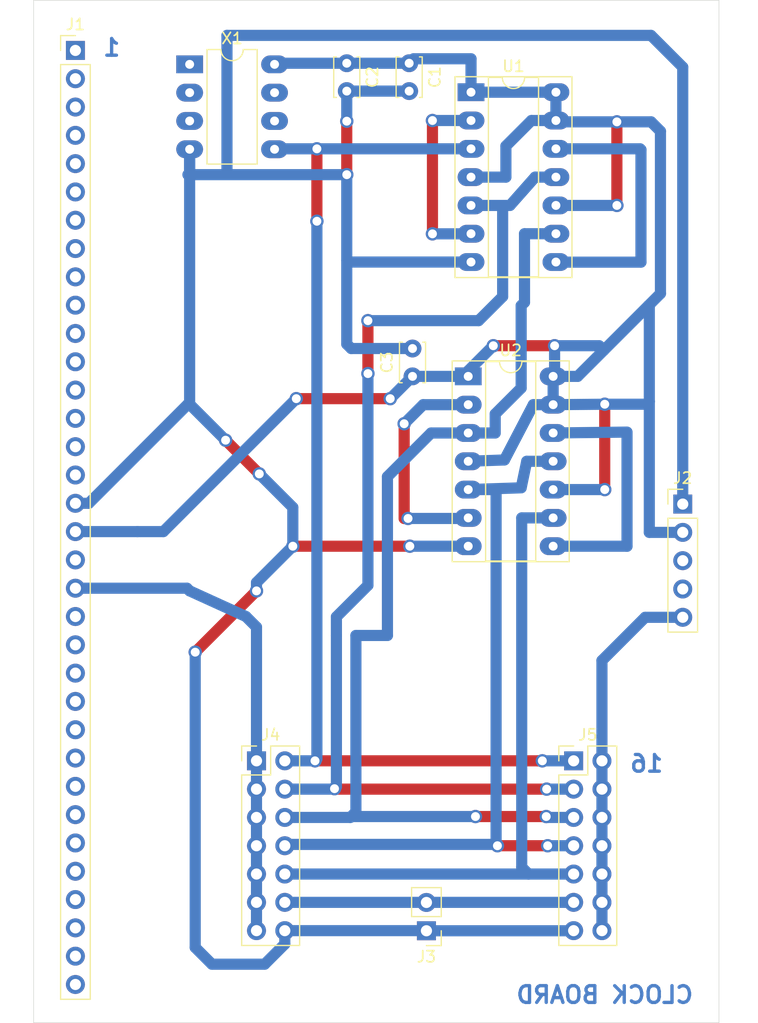
<source format=kicad_pcb>
(kicad_pcb (version 20171130) (host pcbnew "(5.1.9)-1")

  (general
    (thickness 1.6)
    (drawings 7)
    (tracks 222)
    (zones 0)
    (modules 11)
    (nets 15)
  )

  (page A4)
  (layers
    (0 F.Cu signal)
    (31 B.Cu signal)
    (32 B.Adhes user)
    (33 F.Adhes user)
    (34 B.Paste user)
    (35 F.Paste user)
    (36 B.SilkS user)
    (37 F.SilkS user)
    (38 B.Mask user)
    (39 F.Mask user)
    (40 Dwgs.User user)
    (41 Cmts.User user)
    (42 Eco1.User user)
    (43 Eco2.User user)
    (44 Edge.Cuts user)
    (45 Margin user)
    (46 B.CrtYd user)
    (47 F.CrtYd user)
    (48 B.Fab user)
    (49 F.Fab user)
  )

  (setup
    (last_trace_width 1)
    (trace_clearance 0.75)
    (zone_clearance 0.508)
    (zone_45_only no)
    (trace_min 1)
    (via_size 1.2)
    (via_drill 0.8)
    (via_min_size 0.8)
    (via_min_drill 0.3)
    (uvia_size 0.4)
    (uvia_drill 0.3)
    (uvias_allowed no)
    (uvia_min_size 0.2)
    (uvia_min_drill 0.1)
    (edge_width 0.05)
    (segment_width 0.2)
    (pcb_text_width 0.3)
    (pcb_text_size 1.5 1.5)
    (mod_edge_width 0.12)
    (mod_text_size 1 1)
    (mod_text_width 0.15)
    (pad_size 1.524 1.524)
    (pad_drill 0.762)
    (pad_to_mask_clearance 0)
    (aux_axis_origin 0 0)
    (visible_elements 7FFFFFFF)
    (pcbplotparams
      (layerselection 0x010fc_ffffffff)
      (usegerberextensions false)
      (usegerberattributes true)
      (usegerberadvancedattributes true)
      (creategerberjobfile true)
      (excludeedgelayer true)
      (linewidth 0.100000)
      (plotframeref false)
      (viasonmask false)
      (mode 1)
      (useauxorigin false)
      (hpglpennumber 1)
      (hpglpenspeed 20)
      (hpglpendiameter 15.000000)
      (psnegative false)
      (psa4output false)
      (plotreference true)
      (plotvalue true)
      (plotinvisibletext false)
      (padsonsilk false)
      (subtractmaskfromsilk false)
      (outputformat 1)
      (mirror false)
      (drillshape 1)
      (scaleselection 1)
      (outputdirectory ""))
  )

  (net 0 "")
  (net 1 CLK)
  (net 2 VCC)
  (net 3 GND)
  (net 4 CLK2)
  (net 5 CLK_4)
  (net 6 "Net-(U1-Pad2)")
  (net 7 "Net-(U1-Pad12)")
  (net 8 CLK_8)
  (net 9 CLK_16)
  (net 10 "Net-(U2-Pad2)")
  (net 11 "Net-(U2-Pad12)")
  (net 12 CLK_2)
  (net 13 CLK_EXT)
  (net 14 CLK_1)

  (net_class Default "This is the default net class."
    (clearance 0.75)
    (trace_width 1)
    (via_dia 1.2)
    (via_drill 0.8)
    (uvia_dia 0.4)
    (uvia_drill 0.3)
    (diff_pair_width 1)
    (diff_pair_gap 0.25)
    (add_net CLK)
    (add_net CLK2)
    (add_net CLK_1)
    (add_net CLK_16)
    (add_net CLK_2)
    (add_net CLK_4)
    (add_net CLK_8)
    (add_net CLK_EXT)
    (add_net GND)
    (add_net "Net-(J1-Pad1)")
    (add_net "Net-(J1-Pad10)")
    (add_net "Net-(J1-Pad11)")
    (add_net "Net-(J1-Pad12)")
    (add_net "Net-(J1-Pad13)")
    (add_net "Net-(J1-Pad14)")
    (add_net "Net-(J1-Pad15)")
    (add_net "Net-(J1-Pad16)")
    (add_net "Net-(J1-Pad19)")
    (add_net "Net-(J1-Pad2)")
    (add_net "Net-(J1-Pad21)")
    (add_net "Net-(J1-Pad22)")
    (add_net "Net-(J1-Pad23)")
    (add_net "Net-(J1-Pad24)")
    (add_net "Net-(J1-Pad25)")
    (add_net "Net-(J1-Pad26)")
    (add_net "Net-(J1-Pad27)")
    (add_net "Net-(J1-Pad28)")
    (add_net "Net-(J1-Pad29)")
    (add_net "Net-(J1-Pad3)")
    (add_net "Net-(J1-Pad30)")
    (add_net "Net-(J1-Pad31)")
    (add_net "Net-(J1-Pad32)")
    (add_net "Net-(J1-Pad33)")
    (add_net "Net-(J1-Pad34)")
    (add_net "Net-(J1-Pad4)")
    (add_net "Net-(J1-Pad5)")
    (add_net "Net-(J1-Pad6)")
    (add_net "Net-(J1-Pad7)")
    (add_net "Net-(J1-Pad8)")
    (add_net "Net-(J1-Pad9)")
    (add_net "Net-(J2-Pad3)")
    (add_net "Net-(J2-Pad4)")
    (add_net "Net-(U1-Pad12)")
    (add_net "Net-(U1-Pad2)")
    (add_net "Net-(U2-Pad12)")
    (add_net "Net-(U2-Pad2)")
    (add_net "Net-(X1-Pad1)")
    (add_net VCC)
  )

  (module Connector_PinHeader_2.54mm:PinHeader_1x34_P2.54mm_Vertical (layer F.Cu) (tedit 59FED5CC) (tstamp 61D8A700)
    (at 22.25 21.25)
    (descr "Through hole straight pin header, 1x34, 2.54mm pitch, single row")
    (tags "Through hole pin header THT 1x34 2.54mm single row")
    (path /61D99EA7)
    (fp_text reference J1 (at 0 -2.33) (layer F.SilkS)
      (effects (font (size 1 1) (thickness 0.15)))
    )
    (fp_text value Conn_01x34_Male (at 0 86.15) (layer F.Fab)
      (effects (font (size 1 1) (thickness 0.15)))
    )
    (fp_line (start 1.8 -1.8) (end -1.8 -1.8) (layer F.CrtYd) (width 0.05))
    (fp_line (start 1.8 85.6) (end 1.8 -1.8) (layer F.CrtYd) (width 0.05))
    (fp_line (start -1.8 85.6) (end 1.8 85.6) (layer F.CrtYd) (width 0.05))
    (fp_line (start -1.8 -1.8) (end -1.8 85.6) (layer F.CrtYd) (width 0.05))
    (fp_line (start -1.33 -1.33) (end 0 -1.33) (layer F.SilkS) (width 0.12))
    (fp_line (start -1.33 0) (end -1.33 -1.33) (layer F.SilkS) (width 0.12))
    (fp_line (start -1.33 1.27) (end 1.33 1.27) (layer F.SilkS) (width 0.12))
    (fp_line (start 1.33 1.27) (end 1.33 85.15) (layer F.SilkS) (width 0.12))
    (fp_line (start -1.33 1.27) (end -1.33 85.15) (layer F.SilkS) (width 0.12))
    (fp_line (start -1.33 85.15) (end 1.33 85.15) (layer F.SilkS) (width 0.12))
    (fp_line (start -1.27 -0.635) (end -0.635 -1.27) (layer F.Fab) (width 0.1))
    (fp_line (start -1.27 85.09) (end -1.27 -0.635) (layer F.Fab) (width 0.1))
    (fp_line (start 1.27 85.09) (end -1.27 85.09) (layer F.Fab) (width 0.1))
    (fp_line (start 1.27 -1.27) (end 1.27 85.09) (layer F.Fab) (width 0.1))
    (fp_line (start -0.635 -1.27) (end 1.27 -1.27) (layer F.Fab) (width 0.1))
    (fp_text user %R (at 0 41.91 90) (layer F.Fab)
      (effects (font (size 1 1) (thickness 0.15)))
    )
    (pad 34 thru_hole oval (at 0 83.82) (size 1.7 1.7) (drill 1) (layers *.Cu *.Mask))
    (pad 33 thru_hole oval (at 0 81.28) (size 1.7 1.7) (drill 1) (layers *.Cu *.Mask))
    (pad 32 thru_hole oval (at 0 78.74) (size 1.7 1.7) (drill 1) (layers *.Cu *.Mask))
    (pad 31 thru_hole oval (at 0 76.2) (size 1.7 1.7) (drill 1) (layers *.Cu *.Mask))
    (pad 30 thru_hole oval (at 0 73.66) (size 1.7 1.7) (drill 1) (layers *.Cu *.Mask))
    (pad 29 thru_hole oval (at 0 71.12) (size 1.7 1.7) (drill 1) (layers *.Cu *.Mask))
    (pad 28 thru_hole oval (at 0 68.58) (size 1.7 1.7) (drill 1) (layers *.Cu *.Mask))
    (pad 27 thru_hole oval (at 0 66.04) (size 1.7 1.7) (drill 1) (layers *.Cu *.Mask))
    (pad 26 thru_hole oval (at 0 63.5) (size 1.7 1.7) (drill 1) (layers *.Cu *.Mask))
    (pad 25 thru_hole oval (at 0 60.96) (size 1.7 1.7) (drill 1) (layers *.Cu *.Mask))
    (pad 24 thru_hole oval (at 0 58.42) (size 1.7 1.7) (drill 1) (layers *.Cu *.Mask))
    (pad 23 thru_hole oval (at 0 55.88) (size 1.7 1.7) (drill 1) (layers *.Cu *.Mask))
    (pad 22 thru_hole oval (at 0 53.34) (size 1.7 1.7) (drill 1) (layers *.Cu *.Mask))
    (pad 21 thru_hole oval (at 0 50.8) (size 1.7 1.7) (drill 1) (layers *.Cu *.Mask))
    (pad 20 thru_hole oval (at 0 48.26) (size 1.7 1.7) (drill 1) (layers *.Cu *.Mask)
      (net 1 CLK))
    (pad 19 thru_hole oval (at 0 45.72) (size 1.7 1.7) (drill 1) (layers *.Cu *.Mask))
    (pad 18 thru_hole oval (at 0 43.18) (size 1.7 1.7) (drill 1) (layers *.Cu *.Mask)
      (net 2 VCC))
    (pad 17 thru_hole oval (at 0 40.64) (size 1.7 1.7) (drill 1) (layers *.Cu *.Mask)
      (net 3 GND))
    (pad 16 thru_hole oval (at 0 38.1) (size 1.7 1.7) (drill 1) (layers *.Cu *.Mask))
    (pad 15 thru_hole oval (at 0 35.56) (size 1.7 1.7) (drill 1) (layers *.Cu *.Mask))
    (pad 14 thru_hole oval (at 0 33.02) (size 1.7 1.7) (drill 1) (layers *.Cu *.Mask))
    (pad 13 thru_hole oval (at 0 30.48) (size 1.7 1.7) (drill 1) (layers *.Cu *.Mask))
    (pad 12 thru_hole oval (at 0 27.94) (size 1.7 1.7) (drill 1) (layers *.Cu *.Mask))
    (pad 11 thru_hole oval (at 0 25.4) (size 1.7 1.7) (drill 1) (layers *.Cu *.Mask))
    (pad 10 thru_hole oval (at 0 22.86) (size 1.7 1.7) (drill 1) (layers *.Cu *.Mask))
    (pad 9 thru_hole oval (at 0 20.32) (size 1.7 1.7) (drill 1) (layers *.Cu *.Mask))
    (pad 8 thru_hole oval (at 0 17.78) (size 1.7 1.7) (drill 1) (layers *.Cu *.Mask))
    (pad 7 thru_hole oval (at 0 15.24) (size 1.7 1.7) (drill 1) (layers *.Cu *.Mask))
    (pad 6 thru_hole oval (at 0 12.7) (size 1.7 1.7) (drill 1) (layers *.Cu *.Mask))
    (pad 5 thru_hole oval (at 0 10.16) (size 1.7 1.7) (drill 1) (layers *.Cu *.Mask))
    (pad 4 thru_hole oval (at 0 7.62) (size 1.7 1.7) (drill 1) (layers *.Cu *.Mask))
    (pad 3 thru_hole oval (at 0 5.08) (size 1.7 1.7) (drill 1) (layers *.Cu *.Mask))
    (pad 2 thru_hole oval (at 0 2.54) (size 1.7 1.7) (drill 1) (layers *.Cu *.Mask))
    (pad 1 thru_hole rect (at 0 0) (size 1.7 1.7) (drill 1) (layers *.Cu *.Mask))
    (model ${KISYS3DMOD}/Connector_PinHeader_2.54mm.3dshapes/PinHeader_1x34_P2.54mm_Vertical.wrl
      (at (xyz 0 0 0))
      (scale (xyz 1 1 1))
      (rotate (xyz 0 0 0))
    )
  )

  (module Capacitor_THT:C_Disc_D3.4mm_W2.1mm_P2.50mm (layer F.Cu) (tedit 5AE50EF0) (tstamp 61D998B5)
    (at 52.5 50.5 90)
    (descr "C, Disc series, Radial, pin pitch=2.50mm, , diameter*width=3.4*2.1mm^2, Capacitor, http://www.vishay.com/docs/45233/krseries.pdf")
    (tags "C Disc series Radial pin pitch 2.50mm  diameter 3.4mm width 2.1mm Capacitor")
    (path /61E3B743)
    (fp_text reference C3 (at 1.25 -2.3 90) (layer F.SilkS)
      (effects (font (size 1 1) (thickness 0.15)))
    )
    (fp_text value C (at 1.25 2.3 90) (layer F.Fab)
      (effects (font (size 1 1) (thickness 0.15)))
    )
    (fp_line (start 3.55 -1.3) (end -1.05 -1.3) (layer F.CrtYd) (width 0.05))
    (fp_line (start 3.55 1.3) (end 3.55 -1.3) (layer F.CrtYd) (width 0.05))
    (fp_line (start -1.05 1.3) (end 3.55 1.3) (layer F.CrtYd) (width 0.05))
    (fp_line (start -1.05 -1.3) (end -1.05 1.3) (layer F.CrtYd) (width 0.05))
    (fp_line (start 3.07 0.925) (end 3.07 1.17) (layer F.SilkS) (width 0.12))
    (fp_line (start 3.07 -1.17) (end 3.07 -0.925) (layer F.SilkS) (width 0.12))
    (fp_line (start -0.57 0.925) (end -0.57 1.17) (layer F.SilkS) (width 0.12))
    (fp_line (start -0.57 -1.17) (end -0.57 -0.925) (layer F.SilkS) (width 0.12))
    (fp_line (start -0.57 1.17) (end 3.07 1.17) (layer F.SilkS) (width 0.12))
    (fp_line (start -0.57 -1.17) (end 3.07 -1.17) (layer F.SilkS) (width 0.12))
    (fp_line (start 2.95 -1.05) (end -0.45 -1.05) (layer F.Fab) (width 0.1))
    (fp_line (start 2.95 1.05) (end 2.95 -1.05) (layer F.Fab) (width 0.1))
    (fp_line (start -0.45 1.05) (end 2.95 1.05) (layer F.Fab) (width 0.1))
    (fp_line (start -0.45 -1.05) (end -0.45 1.05) (layer F.Fab) (width 0.1))
    (fp_text user %R (at 1.25 0 90) (layer F.Fab)
      (effects (font (size 0.68 0.68) (thickness 0.102)))
    )
    (pad 2 thru_hole circle (at 2.5 0 90) (size 1.6 1.6) (drill 0.8) (layers *.Cu *.Mask)
      (net 3 GND))
    (pad 1 thru_hole circle (at 0 0 90) (size 1.6 1.6) (drill 0.8) (layers *.Cu *.Mask)
      (net 2 VCC))
    (model ${KISYS3DMOD}/Capacitor_THT.3dshapes/C_Disc_D3.4mm_W2.1mm_P2.50mm.wrl
      (at (xyz 0 0 0))
      (scale (xyz 1 1 1))
      (rotate (xyz 0 0 0))
    )
  )

  (module Capacitor_THT:C_Disc_D3.4mm_W2.1mm_P2.50mm (layer F.Cu) (tedit 5AE50EF0) (tstamp 61D98A66)
    (at 46.6 22.4 270)
    (descr "C, Disc series, Radial, pin pitch=2.50mm, , diameter*width=3.4*2.1mm^2, Capacitor, http://www.vishay.com/docs/45233/krseries.pdf")
    (tags "C Disc series Radial pin pitch 2.50mm  diameter 3.4mm width 2.1mm Capacitor")
    (path /61E3B223)
    (fp_text reference C2 (at 1.25 -2.3 90) (layer F.SilkS)
      (effects (font (size 1 1) (thickness 0.15)))
    )
    (fp_text value C (at 1.25 2.3 90) (layer F.Fab)
      (effects (font (size 1 1) (thickness 0.15)))
    )
    (fp_line (start 3.55 -1.3) (end -1.05 -1.3) (layer F.CrtYd) (width 0.05))
    (fp_line (start 3.55 1.3) (end 3.55 -1.3) (layer F.CrtYd) (width 0.05))
    (fp_line (start -1.05 1.3) (end 3.55 1.3) (layer F.CrtYd) (width 0.05))
    (fp_line (start -1.05 -1.3) (end -1.05 1.3) (layer F.CrtYd) (width 0.05))
    (fp_line (start 3.07 0.925) (end 3.07 1.17) (layer F.SilkS) (width 0.12))
    (fp_line (start 3.07 -1.17) (end 3.07 -0.925) (layer F.SilkS) (width 0.12))
    (fp_line (start -0.57 0.925) (end -0.57 1.17) (layer F.SilkS) (width 0.12))
    (fp_line (start -0.57 -1.17) (end -0.57 -0.925) (layer F.SilkS) (width 0.12))
    (fp_line (start -0.57 1.17) (end 3.07 1.17) (layer F.SilkS) (width 0.12))
    (fp_line (start -0.57 -1.17) (end 3.07 -1.17) (layer F.SilkS) (width 0.12))
    (fp_line (start 2.95 -1.05) (end -0.45 -1.05) (layer F.Fab) (width 0.1))
    (fp_line (start 2.95 1.05) (end 2.95 -1.05) (layer F.Fab) (width 0.1))
    (fp_line (start -0.45 1.05) (end 2.95 1.05) (layer F.Fab) (width 0.1))
    (fp_line (start -0.45 -1.05) (end -0.45 1.05) (layer F.Fab) (width 0.1))
    (fp_text user %R (at 1.25 0 90) (layer F.Fab)
      (effects (font (size 0.68 0.68) (thickness 0.102)))
    )
    (pad 2 thru_hole circle (at 2.5 0 270) (size 1.6 1.6) (drill 0.8) (layers *.Cu *.Mask)
      (net 3 GND))
    (pad 1 thru_hole circle (at 0 0 270) (size 1.6 1.6) (drill 0.8) (layers *.Cu *.Mask)
      (net 2 VCC))
    (model ${KISYS3DMOD}/Capacitor_THT.3dshapes/C_Disc_D3.4mm_W2.1mm_P2.50mm.wrl
      (at (xyz 0 0 0))
      (scale (xyz 1 1 1))
      (rotate (xyz 0 0 0))
    )
  )

  (module Capacitor_THT:C_Disc_D3.4mm_W2.1mm_P2.50mm (layer F.Cu) (tedit 5AE50EF0) (tstamp 61D988B5)
    (at 52.2 22.4 270)
    (descr "C, Disc series, Radial, pin pitch=2.50mm, , diameter*width=3.4*2.1mm^2, Capacitor, http://www.vishay.com/docs/45233/krseries.pdf")
    (tags "C Disc series Radial pin pitch 2.50mm  diameter 3.4mm width 2.1mm Capacitor")
    (path /61E386FE)
    (fp_text reference C1 (at 1.25 -2.3 90) (layer F.SilkS)
      (effects (font (size 1 1) (thickness 0.15)))
    )
    (fp_text value C (at 1.25 2.3 90) (layer F.Fab)
      (effects (font (size 1 1) (thickness 0.15)))
    )
    (fp_line (start 3.55 -1.3) (end -1.05 -1.3) (layer F.CrtYd) (width 0.05))
    (fp_line (start 3.55 1.3) (end 3.55 -1.3) (layer F.CrtYd) (width 0.05))
    (fp_line (start -1.05 1.3) (end 3.55 1.3) (layer F.CrtYd) (width 0.05))
    (fp_line (start -1.05 -1.3) (end -1.05 1.3) (layer F.CrtYd) (width 0.05))
    (fp_line (start 3.07 0.925) (end 3.07 1.17) (layer F.SilkS) (width 0.12))
    (fp_line (start 3.07 -1.17) (end 3.07 -0.925) (layer F.SilkS) (width 0.12))
    (fp_line (start -0.57 0.925) (end -0.57 1.17) (layer F.SilkS) (width 0.12))
    (fp_line (start -0.57 -1.17) (end -0.57 -0.925) (layer F.SilkS) (width 0.12))
    (fp_line (start -0.57 1.17) (end 3.07 1.17) (layer F.SilkS) (width 0.12))
    (fp_line (start -0.57 -1.17) (end 3.07 -1.17) (layer F.SilkS) (width 0.12))
    (fp_line (start 2.95 -1.05) (end -0.45 -1.05) (layer F.Fab) (width 0.1))
    (fp_line (start 2.95 1.05) (end 2.95 -1.05) (layer F.Fab) (width 0.1))
    (fp_line (start -0.45 1.05) (end 2.95 1.05) (layer F.Fab) (width 0.1))
    (fp_line (start -0.45 -1.05) (end -0.45 1.05) (layer F.Fab) (width 0.1))
    (fp_text user %R (at 1.25 0 90) (layer F.Fab)
      (effects (font (size 0.68 0.68) (thickness 0.102)))
    )
    (pad 2 thru_hole circle (at 2.5 0 270) (size 1.6 1.6) (drill 0.8) (layers *.Cu *.Mask)
      (net 3 GND))
    (pad 1 thru_hole circle (at 0 0 270) (size 1.6 1.6) (drill 0.8) (layers *.Cu *.Mask)
      (net 2 VCC))
    (model ${KISYS3DMOD}/Capacitor_THT.3dshapes/C_Disc_D3.4mm_W2.1mm_P2.50mm.wrl
      (at (xyz 0 0 0))
      (scale (xyz 1 1 1))
      (rotate (xyz 0 0 0))
    )
  )

  (module Connector_PinHeader_2.54mm:PinHeader_2x07_P2.54mm_Vertical (layer F.Cu) (tedit 59FED5CC) (tstamp 61D8E8D8)
    (at 66.96 85)
    (descr "Through hole straight pin header, 2x07, 2.54mm pitch, double rows")
    (tags "Through hole pin header THT 2x07 2.54mm double row")
    (path /61E0A2DA)
    (fp_text reference J5 (at 1.27 -2.33) (layer F.SilkS)
      (effects (font (size 1 1) (thickness 0.15)))
    )
    (fp_text value Conn_02x07_Counter_Clockwise (at 1.27 17.57) (layer F.Fab)
      (effects (font (size 1 1) (thickness 0.15)))
    )
    (fp_line (start 4.35 -1.8) (end -1.8 -1.8) (layer F.CrtYd) (width 0.05))
    (fp_line (start 4.35 17.05) (end 4.35 -1.8) (layer F.CrtYd) (width 0.05))
    (fp_line (start -1.8 17.05) (end 4.35 17.05) (layer F.CrtYd) (width 0.05))
    (fp_line (start -1.8 -1.8) (end -1.8 17.05) (layer F.CrtYd) (width 0.05))
    (fp_line (start -1.33 -1.33) (end 0 -1.33) (layer F.SilkS) (width 0.12))
    (fp_line (start -1.33 0) (end -1.33 -1.33) (layer F.SilkS) (width 0.12))
    (fp_line (start 1.27 -1.33) (end 3.87 -1.33) (layer F.SilkS) (width 0.12))
    (fp_line (start 1.27 1.27) (end 1.27 -1.33) (layer F.SilkS) (width 0.12))
    (fp_line (start -1.33 1.27) (end 1.27 1.27) (layer F.SilkS) (width 0.12))
    (fp_line (start 3.87 -1.33) (end 3.87 16.57) (layer F.SilkS) (width 0.12))
    (fp_line (start -1.33 1.27) (end -1.33 16.57) (layer F.SilkS) (width 0.12))
    (fp_line (start -1.33 16.57) (end 3.87 16.57) (layer F.SilkS) (width 0.12))
    (fp_line (start -1.27 0) (end 0 -1.27) (layer F.Fab) (width 0.1))
    (fp_line (start -1.27 16.51) (end -1.27 0) (layer F.Fab) (width 0.1))
    (fp_line (start 3.81 16.51) (end -1.27 16.51) (layer F.Fab) (width 0.1))
    (fp_line (start 3.81 -1.27) (end 3.81 16.51) (layer F.Fab) (width 0.1))
    (fp_line (start 0 -1.27) (end 3.81 -1.27) (layer F.Fab) (width 0.1))
    (fp_text user %R (at 1.27 7.62 90) (layer F.Fab)
      (effects (font (size 1 1) (thickness 0.15)))
    )
    (pad 14 thru_hole oval (at 2.54 15.24) (size 1.7 1.7) (drill 1) (layers *.Cu *.Mask)
      (net 4 CLK2))
    (pad 13 thru_hole oval (at 0 15.24) (size 1.7 1.7) (drill 1) (layers *.Cu *.Mask)
      (net 3 GND))
    (pad 12 thru_hole oval (at 2.54 12.7) (size 1.7 1.7) (drill 1) (layers *.Cu *.Mask)
      (net 4 CLK2))
    (pad 11 thru_hole oval (at 0 12.7) (size 1.7 1.7) (drill 1) (layers *.Cu *.Mask)
      (net 13 CLK_EXT))
    (pad 10 thru_hole oval (at 2.54 10.16) (size 1.7 1.7) (drill 1) (layers *.Cu *.Mask)
      (net 4 CLK2))
    (pad 9 thru_hole oval (at 0 10.16) (size 1.7 1.7) (drill 1) (layers *.Cu *.Mask)
      (net 14 CLK_1))
    (pad 8 thru_hole oval (at 2.54 7.62) (size 1.7 1.7) (drill 1) (layers *.Cu *.Mask)
      (net 4 CLK2))
    (pad 7 thru_hole oval (at 0 7.62) (size 1.7 1.7) (drill 1) (layers *.Cu *.Mask)
      (net 12 CLK_2))
    (pad 6 thru_hole oval (at 2.54 5.08) (size 1.7 1.7) (drill 1) (layers *.Cu *.Mask)
      (net 4 CLK2))
    (pad 5 thru_hole oval (at 0 5.08) (size 1.7 1.7) (drill 1) (layers *.Cu *.Mask)
      (net 5 CLK_4))
    (pad 4 thru_hole oval (at 2.54 2.54) (size 1.7 1.7) (drill 1) (layers *.Cu *.Mask)
      (net 4 CLK2))
    (pad 3 thru_hole oval (at 0 2.54) (size 1.7 1.7) (drill 1) (layers *.Cu *.Mask)
      (net 8 CLK_8))
    (pad 2 thru_hole oval (at 2.54 0) (size 1.7 1.7) (drill 1) (layers *.Cu *.Mask)
      (net 4 CLK2))
    (pad 1 thru_hole rect (at 0 0) (size 1.7 1.7) (drill 1) (layers *.Cu *.Mask)
      (net 9 CLK_16))
    (model ${KISYS3DMOD}/Connector_PinHeader_2.54mm.3dshapes/PinHeader_2x07_P2.54mm_Vertical.wrl
      (at (xyz 0 0 0))
      (scale (xyz 1 1 1))
      (rotate (xyz 0 0 0))
    )
  )

  (module Connector_PinHeader_2.54mm:PinHeader_2x07_P2.54mm_Vertical (layer F.Cu) (tedit 59FED5CC) (tstamp 61D8D1D7)
    (at 38.5 85)
    (descr "Through hole straight pin header, 2x07, 2.54mm pitch, double rows")
    (tags "Through hole pin header THT 2x07 2.54mm double row")
    (path /61E03825)
    (fp_text reference J4 (at 1.27 -2.33) (layer F.SilkS)
      (effects (font (size 1 1) (thickness 0.15)))
    )
    (fp_text value Conn_02x07_Top_Bottom (at 1.27 17.57) (layer F.Fab)
      (effects (font (size 1 1) (thickness 0.15)))
    )
    (fp_line (start 4.35 -1.8) (end -1.8 -1.8) (layer F.CrtYd) (width 0.05))
    (fp_line (start 4.35 17.05) (end 4.35 -1.8) (layer F.CrtYd) (width 0.05))
    (fp_line (start -1.8 17.05) (end 4.35 17.05) (layer F.CrtYd) (width 0.05))
    (fp_line (start -1.8 -1.8) (end -1.8 17.05) (layer F.CrtYd) (width 0.05))
    (fp_line (start -1.33 -1.33) (end 0 -1.33) (layer F.SilkS) (width 0.12))
    (fp_line (start -1.33 0) (end -1.33 -1.33) (layer F.SilkS) (width 0.12))
    (fp_line (start 1.27 -1.33) (end 3.87 -1.33) (layer F.SilkS) (width 0.12))
    (fp_line (start 1.27 1.27) (end 1.27 -1.33) (layer F.SilkS) (width 0.12))
    (fp_line (start -1.33 1.27) (end 1.27 1.27) (layer F.SilkS) (width 0.12))
    (fp_line (start 3.87 -1.33) (end 3.87 16.57) (layer F.SilkS) (width 0.12))
    (fp_line (start -1.33 1.27) (end -1.33 16.57) (layer F.SilkS) (width 0.12))
    (fp_line (start -1.33 16.57) (end 3.87 16.57) (layer F.SilkS) (width 0.12))
    (fp_line (start -1.27 0) (end 0 -1.27) (layer F.Fab) (width 0.1))
    (fp_line (start -1.27 16.51) (end -1.27 0) (layer F.Fab) (width 0.1))
    (fp_line (start 3.81 16.51) (end -1.27 16.51) (layer F.Fab) (width 0.1))
    (fp_line (start 3.81 -1.27) (end 3.81 16.51) (layer F.Fab) (width 0.1))
    (fp_line (start 0 -1.27) (end 3.81 -1.27) (layer F.Fab) (width 0.1))
    (fp_text user %R (at 1.27 7.62 90) (layer F.Fab)
      (effects (font (size 1 1) (thickness 0.15)))
    )
    (pad 14 thru_hole oval (at 2.54 15.24) (size 1.7 1.7) (drill 1) (layers *.Cu *.Mask)
      (net 3 GND))
    (pad 13 thru_hole oval (at 0 15.24) (size 1.7 1.7) (drill 1) (layers *.Cu *.Mask)
      (net 1 CLK))
    (pad 12 thru_hole oval (at 2.54 12.7) (size 1.7 1.7) (drill 1) (layers *.Cu *.Mask)
      (net 13 CLK_EXT))
    (pad 11 thru_hole oval (at 0 12.7) (size 1.7 1.7) (drill 1) (layers *.Cu *.Mask)
      (net 1 CLK))
    (pad 10 thru_hole oval (at 2.54 10.16) (size 1.7 1.7) (drill 1) (layers *.Cu *.Mask)
      (net 14 CLK_1))
    (pad 9 thru_hole oval (at 0 10.16) (size 1.7 1.7) (drill 1) (layers *.Cu *.Mask)
      (net 1 CLK))
    (pad 8 thru_hole oval (at 2.54 7.62) (size 1.7 1.7) (drill 1) (layers *.Cu *.Mask)
      (net 12 CLK_2))
    (pad 7 thru_hole oval (at 0 7.62) (size 1.7 1.7) (drill 1) (layers *.Cu *.Mask)
      (net 1 CLK))
    (pad 6 thru_hole oval (at 2.54 5.08) (size 1.7 1.7) (drill 1) (layers *.Cu *.Mask)
      (net 5 CLK_4))
    (pad 5 thru_hole oval (at 0 5.08) (size 1.7 1.7) (drill 1) (layers *.Cu *.Mask)
      (net 1 CLK))
    (pad 4 thru_hole oval (at 2.54 2.54) (size 1.7 1.7) (drill 1) (layers *.Cu *.Mask)
      (net 8 CLK_8))
    (pad 3 thru_hole oval (at 0 2.54) (size 1.7 1.7) (drill 1) (layers *.Cu *.Mask)
      (net 1 CLK))
    (pad 2 thru_hole oval (at 2.54 0) (size 1.7 1.7) (drill 1) (layers *.Cu *.Mask)
      (net 9 CLK_16))
    (pad 1 thru_hole rect (at 0 0) (size 1.7 1.7) (drill 1) (layers *.Cu *.Mask)
      (net 1 CLK))
    (model ${KISYS3DMOD}/Connector_PinHeader_2.54mm.3dshapes/PinHeader_2x07_P2.54mm_Vertical.wrl
      (at (xyz 0 0 0))
      (scale (xyz 1 1 1))
      (rotate (xyz 0 0 0))
    )
  )

  (module Package_DIP:DIP-14_W7.62mm_Socket_LongPads (layer F.Cu) (tedit 5A02E8C5) (tstamp 61D8A7AF)
    (at 57.5 50.5)
    (descr "14-lead though-hole mounted DIP package, row spacing 7.62 mm (300 mils), Socket, LongPads")
    (tags "THT DIP DIL PDIP 2.54mm 7.62mm 300mil Socket LongPads")
    (path /61D97C15)
    (fp_text reference U2 (at 3.81 -2.33) (layer F.SilkS)
      (effects (font (size 1 1) (thickness 0.15)))
    )
    (fp_text value 74LS74 (at 3.81 17.57) (layer F.Fab)
      (effects (font (size 1 1) (thickness 0.15)))
    )
    (fp_line (start 1.635 -1.27) (end 6.985 -1.27) (layer F.Fab) (width 0.1))
    (fp_line (start 6.985 -1.27) (end 6.985 16.51) (layer F.Fab) (width 0.1))
    (fp_line (start 6.985 16.51) (end 0.635 16.51) (layer F.Fab) (width 0.1))
    (fp_line (start 0.635 16.51) (end 0.635 -0.27) (layer F.Fab) (width 0.1))
    (fp_line (start 0.635 -0.27) (end 1.635 -1.27) (layer F.Fab) (width 0.1))
    (fp_line (start -1.27 -1.33) (end -1.27 16.57) (layer F.Fab) (width 0.1))
    (fp_line (start -1.27 16.57) (end 8.89 16.57) (layer F.Fab) (width 0.1))
    (fp_line (start 8.89 16.57) (end 8.89 -1.33) (layer F.Fab) (width 0.1))
    (fp_line (start 8.89 -1.33) (end -1.27 -1.33) (layer F.Fab) (width 0.1))
    (fp_line (start 2.81 -1.33) (end 1.56 -1.33) (layer F.SilkS) (width 0.12))
    (fp_line (start 1.56 -1.33) (end 1.56 16.57) (layer F.SilkS) (width 0.12))
    (fp_line (start 1.56 16.57) (end 6.06 16.57) (layer F.SilkS) (width 0.12))
    (fp_line (start 6.06 16.57) (end 6.06 -1.33) (layer F.SilkS) (width 0.12))
    (fp_line (start 6.06 -1.33) (end 4.81 -1.33) (layer F.SilkS) (width 0.12))
    (fp_line (start -1.44 -1.39) (end -1.44 16.63) (layer F.SilkS) (width 0.12))
    (fp_line (start -1.44 16.63) (end 9.06 16.63) (layer F.SilkS) (width 0.12))
    (fp_line (start 9.06 16.63) (end 9.06 -1.39) (layer F.SilkS) (width 0.12))
    (fp_line (start 9.06 -1.39) (end -1.44 -1.39) (layer F.SilkS) (width 0.12))
    (fp_line (start -1.55 -1.6) (end -1.55 16.85) (layer F.CrtYd) (width 0.05))
    (fp_line (start -1.55 16.85) (end 9.15 16.85) (layer F.CrtYd) (width 0.05))
    (fp_line (start 9.15 16.85) (end 9.15 -1.6) (layer F.CrtYd) (width 0.05))
    (fp_line (start 9.15 -1.6) (end -1.55 -1.6) (layer F.CrtYd) (width 0.05))
    (fp_text user %R (at 3.81 7.62) (layer F.Fab)
      (effects (font (size 1 1) (thickness 0.15)))
    )
    (fp_arc (start 3.81 -1.33) (end 2.81 -1.33) (angle -180) (layer F.SilkS) (width 0.12))
    (pad 14 thru_hole oval (at 7.62 0) (size 2.4 1.6) (drill 0.8) (layers *.Cu *.Mask)
      (net 2 VCC))
    (pad 7 thru_hole oval (at 0 15.24) (size 2.4 1.6) (drill 0.8) (layers *.Cu *.Mask)
      (net 3 GND))
    (pad 13 thru_hole oval (at 7.62 2.54) (size 2.4 1.6) (drill 0.8) (layers *.Cu *.Mask)
      (net 2 VCC))
    (pad 6 thru_hole oval (at 0 12.7) (size 2.4 1.6) (drill 0.8) (layers *.Cu *.Mask)
      (net 10 "Net-(U2-Pad2)"))
    (pad 12 thru_hole oval (at 7.62 5.08) (size 2.4 1.6) (drill 0.8) (layers *.Cu *.Mask)
      (net 11 "Net-(U2-Pad12)"))
    (pad 5 thru_hole oval (at 0 10.16) (size 2.4 1.6) (drill 0.8) (layers *.Cu *.Mask)
      (net 12 CLK_2))
    (pad 11 thru_hole oval (at 7.62 7.62) (size 2.4 1.6) (drill 0.8) (layers *.Cu *.Mask)
      (net 12 CLK_2))
    (pad 4 thru_hole oval (at 0 7.62) (size 2.4 1.6) (drill 0.8) (layers *.Cu *.Mask)
      (net 2 VCC))
    (pad 10 thru_hole oval (at 7.62 10.16) (size 2.4 1.6) (drill 0.8) (layers *.Cu *.Mask)
      (net 2 VCC))
    (pad 3 thru_hole oval (at 0 5.08) (size 2.4 1.6) (drill 0.8) (layers *.Cu *.Mask)
      (net 5 CLK_4))
    (pad 9 thru_hole oval (at 7.62 12.7) (size 2.4 1.6) (drill 0.8) (layers *.Cu *.Mask)
      (net 14 CLK_1))
    (pad 2 thru_hole oval (at 0 2.54) (size 2.4 1.6) (drill 0.8) (layers *.Cu *.Mask)
      (net 10 "Net-(U2-Pad2)"))
    (pad 8 thru_hole oval (at 7.62 15.24) (size 2.4 1.6) (drill 0.8) (layers *.Cu *.Mask)
      (net 11 "Net-(U2-Pad12)"))
    (pad 1 thru_hole rect (at 0 0) (size 2.4 1.6) (drill 0.8) (layers *.Cu *.Mask)
      (net 2 VCC))
    (model ${KISYS3DMOD}/Package_DIP.3dshapes/DIP-14_W7.62mm_Socket.wrl
      (at (xyz 0 0 0))
      (scale (xyz 1 1 1))
      (rotate (xyz 0 0 0))
    )
  )

  (module Package_DIP:DIP-14_W7.62mm_Socket_LongPads (layer F.Cu) (tedit 5A02E8C5) (tstamp 61D8A785)
    (at 57.75 25)
    (descr "14-lead though-hole mounted DIP package, row spacing 7.62 mm (300 mils), Socket, LongPads")
    (tags "THT DIP DIL PDIP 2.54mm 7.62mm 300mil Socket LongPads")
    (path /61D833FD)
    (fp_text reference U1 (at 3.81 -2.33) (layer F.SilkS)
      (effects (font (size 1 1) (thickness 0.15)))
    )
    (fp_text value 74LS74 (at 3.81 17.57) (layer F.Fab)
      (effects (font (size 1 1) (thickness 0.15)))
    )
    (fp_line (start 1.635 -1.27) (end 6.985 -1.27) (layer F.Fab) (width 0.1))
    (fp_line (start 6.985 -1.27) (end 6.985 16.51) (layer F.Fab) (width 0.1))
    (fp_line (start 6.985 16.51) (end 0.635 16.51) (layer F.Fab) (width 0.1))
    (fp_line (start 0.635 16.51) (end 0.635 -0.27) (layer F.Fab) (width 0.1))
    (fp_line (start 0.635 -0.27) (end 1.635 -1.27) (layer F.Fab) (width 0.1))
    (fp_line (start -1.27 -1.33) (end -1.27 16.57) (layer F.Fab) (width 0.1))
    (fp_line (start -1.27 16.57) (end 8.89 16.57) (layer F.Fab) (width 0.1))
    (fp_line (start 8.89 16.57) (end 8.89 -1.33) (layer F.Fab) (width 0.1))
    (fp_line (start 8.89 -1.33) (end -1.27 -1.33) (layer F.Fab) (width 0.1))
    (fp_line (start 2.81 -1.33) (end 1.56 -1.33) (layer F.SilkS) (width 0.12))
    (fp_line (start 1.56 -1.33) (end 1.56 16.57) (layer F.SilkS) (width 0.12))
    (fp_line (start 1.56 16.57) (end 6.06 16.57) (layer F.SilkS) (width 0.12))
    (fp_line (start 6.06 16.57) (end 6.06 -1.33) (layer F.SilkS) (width 0.12))
    (fp_line (start 6.06 -1.33) (end 4.81 -1.33) (layer F.SilkS) (width 0.12))
    (fp_line (start -1.44 -1.39) (end -1.44 16.63) (layer F.SilkS) (width 0.12))
    (fp_line (start -1.44 16.63) (end 9.06 16.63) (layer F.SilkS) (width 0.12))
    (fp_line (start 9.06 16.63) (end 9.06 -1.39) (layer F.SilkS) (width 0.12))
    (fp_line (start 9.06 -1.39) (end -1.44 -1.39) (layer F.SilkS) (width 0.12))
    (fp_line (start -1.55 -1.6) (end -1.55 16.85) (layer F.CrtYd) (width 0.05))
    (fp_line (start -1.55 16.85) (end 9.15 16.85) (layer F.CrtYd) (width 0.05))
    (fp_line (start 9.15 16.85) (end 9.15 -1.6) (layer F.CrtYd) (width 0.05))
    (fp_line (start 9.15 -1.6) (end -1.55 -1.6) (layer F.CrtYd) (width 0.05))
    (fp_text user %R (at 3.81 7.62) (layer F.Fab)
      (effects (font (size 1 1) (thickness 0.15)))
    )
    (fp_arc (start 3.81 -1.33) (end 2.81 -1.33) (angle -180) (layer F.SilkS) (width 0.12))
    (pad 14 thru_hole oval (at 7.62 0) (size 2.4 1.6) (drill 0.8) (layers *.Cu *.Mask)
      (net 2 VCC))
    (pad 7 thru_hole oval (at 0 15.24) (size 2.4 1.6) (drill 0.8) (layers *.Cu *.Mask)
      (net 3 GND))
    (pad 13 thru_hole oval (at 7.62 2.54) (size 2.4 1.6) (drill 0.8) (layers *.Cu *.Mask)
      (net 2 VCC))
    (pad 6 thru_hole oval (at 0 12.7) (size 2.4 1.6) (drill 0.8) (layers *.Cu *.Mask)
      (net 6 "Net-(U1-Pad2)"))
    (pad 12 thru_hole oval (at 7.62 5.08) (size 2.4 1.6) (drill 0.8) (layers *.Cu *.Mask)
      (net 7 "Net-(U1-Pad12)"))
    (pad 5 thru_hole oval (at 0 10.16) (size 2.4 1.6) (drill 0.8) (layers *.Cu *.Mask)
      (net 8 CLK_8))
    (pad 11 thru_hole oval (at 7.62 7.62) (size 2.4 1.6) (drill 0.8) (layers *.Cu *.Mask)
      (net 8 CLK_8))
    (pad 4 thru_hole oval (at 0 7.62) (size 2.4 1.6) (drill 0.8) (layers *.Cu *.Mask)
      (net 2 VCC))
    (pad 10 thru_hole oval (at 7.62 10.16) (size 2.4 1.6) (drill 0.8) (layers *.Cu *.Mask)
      (net 2 VCC))
    (pad 3 thru_hole oval (at 0 5.08) (size 2.4 1.6) (drill 0.8) (layers *.Cu *.Mask)
      (net 9 CLK_16))
    (pad 9 thru_hole oval (at 7.62 12.7) (size 2.4 1.6) (drill 0.8) (layers *.Cu *.Mask)
      (net 5 CLK_4))
    (pad 2 thru_hole oval (at 0 2.54) (size 2.4 1.6) (drill 0.8) (layers *.Cu *.Mask)
      (net 6 "Net-(U1-Pad2)"))
    (pad 8 thru_hole oval (at 7.62 15.24) (size 2.4 1.6) (drill 0.8) (layers *.Cu *.Mask)
      (net 7 "Net-(U1-Pad12)"))
    (pad 1 thru_hole rect (at 0 0) (size 2.4 1.6) (drill 0.8) (layers *.Cu *.Mask)
      (net 2 VCC))
    (model ${KISYS3DMOD}/Package_DIP.3dshapes/DIP-14_W7.62mm_Socket.wrl
      (at (xyz 0 0 0))
      (scale (xyz 1 1 1))
      (rotate (xyz 0 0 0))
    )
  )

  (module Package_DIP:DIP-8_W7.62mm_LongPads (layer F.Cu) (tedit 5A02E8C5) (tstamp 61D98A06)
    (at 32.5 22.5)
    (descr "8-lead though-hole mounted DIP package, row spacing 7.62 mm (300 mils), LongPads")
    (tags "THT DIP DIL PDIP 2.54mm 7.62mm 300mil LongPads")
    (path /61D874A0)
    (fp_text reference X1 (at 3.81 -2.33) (layer F.SilkS)
      (effects (font (size 1 1) (thickness 0.15)))
    )
    (fp_text value CXO_DIP8 (at 3.81 9.95) (layer F.Fab)
      (effects (font (size 1 1) (thickness 0.15)))
    )
    (fp_line (start 1.635 -1.27) (end 6.985 -1.27) (layer F.Fab) (width 0.1))
    (fp_line (start 6.985 -1.27) (end 6.985 8.89) (layer F.Fab) (width 0.1))
    (fp_line (start 6.985 8.89) (end 0.635 8.89) (layer F.Fab) (width 0.1))
    (fp_line (start 0.635 8.89) (end 0.635 -0.27) (layer F.Fab) (width 0.1))
    (fp_line (start 0.635 -0.27) (end 1.635 -1.27) (layer F.Fab) (width 0.1))
    (fp_line (start 2.81 -1.33) (end 1.56 -1.33) (layer F.SilkS) (width 0.12))
    (fp_line (start 1.56 -1.33) (end 1.56 8.95) (layer F.SilkS) (width 0.12))
    (fp_line (start 1.56 8.95) (end 6.06 8.95) (layer F.SilkS) (width 0.12))
    (fp_line (start 6.06 8.95) (end 6.06 -1.33) (layer F.SilkS) (width 0.12))
    (fp_line (start 6.06 -1.33) (end 4.81 -1.33) (layer F.SilkS) (width 0.12))
    (fp_line (start -1.45 -1.55) (end -1.45 9.15) (layer F.CrtYd) (width 0.05))
    (fp_line (start -1.45 9.15) (end 9.1 9.15) (layer F.CrtYd) (width 0.05))
    (fp_line (start 9.1 9.15) (end 9.1 -1.55) (layer F.CrtYd) (width 0.05))
    (fp_line (start 9.1 -1.55) (end -1.45 -1.55) (layer F.CrtYd) (width 0.05))
    (fp_arc (start 3.81 -1.33) (end 2.81 -1.33) (angle -180) (layer F.SilkS) (width 0.12))
    (pad 8 thru_hole oval (at 7.62 0) (size 2.4 1.6) (drill 0.8) (layers *.Cu *.Mask)
      (net 2 VCC))
    (pad 4 thru_hole oval (at 0 7.62) (size 2.4 1.6) (drill 0.8) (layers *.Cu *.Mask)
      (net 3 GND))
    (pad 7 thru_hole oval (at 7.62 2.54) (size 2.4 1.6) (drill 0.8) (layers *.Cu *.Mask))
    (pad 3 thru_hole oval (at 0 5.08) (size 2.4 1.6) (drill 0.8) (layers *.Cu *.Mask))
    (pad 6 thru_hole oval (at 7.62 5.08) (size 2.4 1.6) (drill 0.8) (layers *.Cu *.Mask))
    (pad 2 thru_hole oval (at 0 2.54) (size 2.4 1.6) (drill 0.8) (layers *.Cu *.Mask))
    (pad 5 thru_hole oval (at 7.62 7.62) (size 2.4 1.6) (drill 0.8) (layers *.Cu *.Mask)
      (net 9 CLK_16))
    (pad 1 thru_hole rect (at 0 0) (size 2.4 1.6) (drill 0.8) (layers *.Cu *.Mask))
    (model ${KISYS3DMOD}/Package_DIP.3dshapes/DIP-8_W7.62mm.wrl
      (at (xyz 0 0 0))
      (scale (xyz 1 1 1))
      (rotate (xyz 0 0 0))
    )
  )

  (module Connector_PinHeader_2.54mm:PinHeader_1x02_P2.54mm_Vertical (layer F.Cu) (tedit 59FED5CC) (tstamp 61D8A72F)
    (at 53.75 100.25 180)
    (descr "Through hole straight pin header, 1x02, 2.54mm pitch, single row")
    (tags "Through hole pin header THT 1x02 2.54mm single row")
    (path /61DA7408)
    (fp_text reference J3 (at 0 -2.33) (layer F.SilkS)
      (effects (font (size 1 1) (thickness 0.15)))
    )
    (fp_text value Conn_01x02_Male (at 0 4.87) (layer F.Fab)
      (effects (font (size 1 1) (thickness 0.15)))
    )
    (fp_line (start -0.635 -1.27) (end 1.27 -1.27) (layer F.Fab) (width 0.1))
    (fp_line (start 1.27 -1.27) (end 1.27 3.81) (layer F.Fab) (width 0.1))
    (fp_line (start 1.27 3.81) (end -1.27 3.81) (layer F.Fab) (width 0.1))
    (fp_line (start -1.27 3.81) (end -1.27 -0.635) (layer F.Fab) (width 0.1))
    (fp_line (start -1.27 -0.635) (end -0.635 -1.27) (layer F.Fab) (width 0.1))
    (fp_line (start -1.33 3.87) (end 1.33 3.87) (layer F.SilkS) (width 0.12))
    (fp_line (start -1.33 1.27) (end -1.33 3.87) (layer F.SilkS) (width 0.12))
    (fp_line (start 1.33 1.27) (end 1.33 3.87) (layer F.SilkS) (width 0.12))
    (fp_line (start -1.33 1.27) (end 1.33 1.27) (layer F.SilkS) (width 0.12))
    (fp_line (start -1.33 0) (end -1.33 -1.33) (layer F.SilkS) (width 0.12))
    (fp_line (start -1.33 -1.33) (end 0 -1.33) (layer F.SilkS) (width 0.12))
    (fp_line (start -1.8 -1.8) (end -1.8 4.35) (layer F.CrtYd) (width 0.05))
    (fp_line (start -1.8 4.35) (end 1.8 4.35) (layer F.CrtYd) (width 0.05))
    (fp_line (start 1.8 4.35) (end 1.8 -1.8) (layer F.CrtYd) (width 0.05))
    (fp_line (start 1.8 -1.8) (end -1.8 -1.8) (layer F.CrtYd) (width 0.05))
    (fp_text user %R (at 0 1.27 90) (layer F.Fab)
      (effects (font (size 1 1) (thickness 0.15)))
    )
    (pad 2 thru_hole oval (at 0 2.54 180) (size 1.7 1.7) (drill 1) (layers *.Cu *.Mask)
      (net 13 CLK_EXT))
    (pad 1 thru_hole rect (at 0 0 180) (size 1.7 1.7) (drill 1) (layers *.Cu *.Mask)
      (net 3 GND))
    (model ${KISYS3DMOD}/Connector_PinHeader_2.54mm.3dshapes/PinHeader_1x02_P2.54mm_Vertical.wrl
      (at (xyz 0 0 0))
      (scale (xyz 1 1 1))
      (rotate (xyz 0 0 0))
    )
  )

  (module Connector_PinHeader_2.54mm:PinHeader_1x05_P2.54mm_Vertical (layer F.Cu) (tedit 59FED5CC) (tstamp 61D8E973)
    (at 76.75 61.96)
    (descr "Through hole straight pin header, 1x05, 2.54mm pitch, single row")
    (tags "Through hole pin header THT 1x05 2.54mm single row")
    (path /61DA3BFA)
    (fp_text reference J2 (at 0 -2.33) (layer F.SilkS)
      (effects (font (size 1 1) (thickness 0.15)))
    )
    (fp_text value Conn_01x05_Male (at 0 12.49) (layer F.Fab)
      (effects (font (size 1 1) (thickness 0.15)))
    )
    (fp_line (start -0.635 -1.27) (end 1.27 -1.27) (layer F.Fab) (width 0.1))
    (fp_line (start 1.27 -1.27) (end 1.27 11.43) (layer F.Fab) (width 0.1))
    (fp_line (start 1.27 11.43) (end -1.27 11.43) (layer F.Fab) (width 0.1))
    (fp_line (start -1.27 11.43) (end -1.27 -0.635) (layer F.Fab) (width 0.1))
    (fp_line (start -1.27 -0.635) (end -0.635 -1.27) (layer F.Fab) (width 0.1))
    (fp_line (start -1.33 11.49) (end 1.33 11.49) (layer F.SilkS) (width 0.12))
    (fp_line (start -1.33 1.27) (end -1.33 11.49) (layer F.SilkS) (width 0.12))
    (fp_line (start 1.33 1.27) (end 1.33 11.49) (layer F.SilkS) (width 0.12))
    (fp_line (start -1.33 1.27) (end 1.33 1.27) (layer F.SilkS) (width 0.12))
    (fp_line (start -1.33 0) (end -1.33 -1.33) (layer F.SilkS) (width 0.12))
    (fp_line (start -1.33 -1.33) (end 0 -1.33) (layer F.SilkS) (width 0.12))
    (fp_line (start -1.8 -1.8) (end -1.8 11.95) (layer F.CrtYd) (width 0.05))
    (fp_line (start -1.8 11.95) (end 1.8 11.95) (layer F.CrtYd) (width 0.05))
    (fp_line (start 1.8 11.95) (end 1.8 -1.8) (layer F.CrtYd) (width 0.05))
    (fp_line (start 1.8 -1.8) (end -1.8 -1.8) (layer F.CrtYd) (width 0.05))
    (fp_text user %R (at 0 5.08 90) (layer F.Fab)
      (effects (font (size 1 1) (thickness 0.15)))
    )
    (pad 5 thru_hole oval (at 0 10.16) (size 1.7 1.7) (drill 1) (layers *.Cu *.Mask)
      (net 4 CLK2))
    (pad 4 thru_hole oval (at 0 7.62) (size 1.7 1.7) (drill 1) (layers *.Cu *.Mask))
    (pad 3 thru_hole oval (at 0 5.08) (size 1.7 1.7) (drill 1) (layers *.Cu *.Mask))
    (pad 2 thru_hole oval (at 0 2.54) (size 1.7 1.7) (drill 1) (layers *.Cu *.Mask)
      (net 2 VCC))
    (pad 1 thru_hole rect (at 0 0) (size 1.7 1.7) (drill 1) (layers *.Cu *.Mask)
      (net 3 GND))
    (model ${KISYS3DMOD}/Connector_PinHeader_2.54mm.3dshapes/PinHeader_1x05_P2.54mm_Vertical.wrl
      (at (xyz 0 0 0))
      (scale (xyz 1 1 1))
      (rotate (xyz 0 0 0))
    )
  )

  (gr_text 1 (at 25.5 21) (layer B.Cu)
    (effects (font (size 1.5 1.5) (thickness 0.3)) (justify mirror))
  )
  (gr_text 16 (at 73.5 85.25) (layer B.Cu)
    (effects (font (size 1.5 1.5) (thickness 0.3)) (justify mirror))
  )
  (gr_text "CLOCK BOARD" (at 69.75 106) (layer B.Cu)
    (effects (font (size 1.5 1.5) (thickness 0.3)) (justify mirror))
  )
  (gr_line (start 18.5 108.5) (end 18.5 16.75) (layer Edge.Cuts) (width 0.05))
  (gr_line (start 18.5 108.5) (end 80 108.5) (layer Edge.Cuts) (width 0.05))
  (gr_line (start 80 16.75) (end 80 108.5) (layer Edge.Cuts) (width 0.05))
  (gr_line (start 18.5 16.75) (end 80 16.75) (layer Edge.Cuts) (width 0.05))

  (segment (start 38.5 84.8) (end 38.5 100.04) (width 1) (layer B.Cu) (net 1))
  (segment (start 38.5 75) (end 38.5 85) (width 1) (layer B.Cu) (net 1))
  (segment (start 38.5 73) (end 38.5 75) (width 1) (layer B.Cu) (net 1))
  (segment (start 37.55 72.05) (end 38.5 73) (width 1) (layer B.Cu) (net 1))
  (segment (start 32.5 69.75) (end 37.55 72.05) (width 1) (layer B.Cu) (net 1))
  (segment (start 32.26 69.51) (end 32.5 69.75) (width 1) (layer B.Cu) (net 1))
  (segment (start 22.25 69.51) (end 32.26 69.51) (width 1) (layer B.Cu) (net 1))
  (segment (start 57.75 25) (end 65.37 25) (width 1) (layer B.Cu) (net 2))
  (segment (start 65.37 25) (end 65.37 27.54) (width 1) (layer B.Cu) (net 2))
  (segment (start 57.75 25) (end 57.75 22) (width 1) (layer B.Cu) (net 2))
  (segment (start 52.6 22) (end 52.2 22.4) (width 1) (layer B.Cu) (net 2))
  (segment (start 57.75 22) (end 52.6 22) (width 1) (layer B.Cu) (net 2))
  (segment (start 52.2 22.4) (end 46.6 22.4) (width 1) (layer B.Cu) (net 2))
  (segment (start 40.22 22.4) (end 40.12 22.5) (width 1) (layer B.Cu) (net 2))
  (segment (start 46.6 22.4) (end 40.22 22.4) (width 1) (layer B.Cu) (net 2))
  (segment (start 65.12 53.04) (end 65.12 50.5) (width 1) (layer B.Cu) (net 2))
  (segment (start 57.5 50.5) (end 52.5 50.5) (width 1) (layer B.Cu) (net 2))
  (segment (start 57.75 32.62) (end 60.88 32.62) (width 1) (layer B.Cu) (net 2))
  (segment (start 60.88 29.83) (end 63.17 27.54) (width 1) (layer B.Cu) (net 2))
  (segment (start 63.17 27.54) (end 65.37 27.54) (width 1) (layer B.Cu) (net 2))
  (segment (start 60.88 32.62) (end 60.88 29.83) (width 1) (layer B.Cu) (net 2))
  (via (at 69.75 60.66) (size 1.2) (drill 0.8) (layers F.Cu B.Cu) (net 2))
  (segment (start 69.75 60.66) (end 69.75 53.09) (width 1) (layer F.Cu) (net 2))
  (via (at 69.75 53) (size 1.2) (drill 0.8) (layers F.Cu B.Cu) (net 2))
  (segment (start 65.37 35.16) (end 70.84 35.16) (width 1) (layer B.Cu) (net 2))
  (via (at 70.84 35.16) (size 1.2) (drill 0.8) (layers F.Cu B.Cu) (net 2))
  (segment (start 70.84 35.16) (end 70.84 27.66) (width 1) (layer F.Cu) (net 2))
  (via (at 70.84 27.66) (size 1.2) (drill 0.8) (layers F.Cu B.Cu) (net 2))
  (segment (start 65.49 27.66) (end 65.37 27.54) (width 1) (layer B.Cu) (net 2))
  (segment (start 70.84 27.66) (end 65.49 27.66) (width 1) (layer B.Cu) (net 2))
  (segment (start 63.339151 53.04) (end 65.12 53.04) (width 1) (layer B.Cu) (net 2))
  (segment (start 60.75 58) (end 63.339151 53.04) (width 1) (layer B.Cu) (net 2))
  (segment (start 57.5 58.12) (end 60.75 58) (width 1) (layer B.Cu) (net 2))
  (segment (start 70.84 27.66) (end 73.91 27.66) (width 1) (layer B.Cu) (net 2))
  (segment (start 67.32 50.5) (end 65.12 50.5) (width 1) (layer B.Cu) (net 2))
  (segment (start 74.75001 28.50001) (end 74.75001 43.06999) (width 1) (layer B.Cu) (net 2))
  (segment (start 73.91 27.66) (end 74.75001 28.50001) (width 1) (layer B.Cu) (net 2))
  (segment (start 52.5 50.5) (end 50.5 52.5) (width 1) (layer B.Cu) (net 2))
  (via (at 50.5 52.5) (size 1.2) (drill 0.8) (layers F.Cu B.Cu) (net 2))
  (segment (start 50.5 52.5) (end 42.25 52.5) (width 1) (layer F.Cu) (net 2))
  (via (at 42.07 52.5) (size 1.2) (drill 0.8) (layers F.Cu B.Cu) (net 2))
  (segment (start 42.25 52.5) (end 42.07 52.5) (width 1) (layer F.Cu) (net 2))
  (segment (start 30.14 64.43) (end 27.82 64.43) (width 1) (layer B.Cu) (net 2))
  (segment (start 65.12 60.66) (end 69.75 60.66) (width 1) (layer B.Cu) (net 2))
  (segment (start 65.12 53.04) (end 69.75 53) (width 1) (layer B.Cu) (net 2))
  (segment (start 76.75 64.5) (end 73.75 64.5) (width 1) (layer B.Cu) (net 2))
  (segment (start 73.75 44.25) (end 73.66 44.16) (width 1) (layer B.Cu) (net 2))
  (segment (start 74.75001 43.06999) (end 73.66 44.16) (width 1) (layer B.Cu) (net 2))
  (segment (start 73.5 53) (end 73.75 52.75) (width 1) (layer B.Cu) (net 2))
  (segment (start 69.75 53) (end 73.5 53) (width 1) (layer B.Cu) (net 2))
  (segment (start 73.75 52.75) (end 73.75 44.25) (width 1) (layer B.Cu) (net 2))
  (segment (start 73.75 64.5) (end 73.75 52.75) (width 1) (layer B.Cu) (net 2))
  (segment (start 27.82 64.43) (end 22.25 64.43) (width 1) (layer B.Cu) (net 2) (tstamp 61D998DE))
  (segment (start 42.07 52.5) (end 30.14 64.43) (width 1) (layer B.Cu) (net 2))
  (segment (start 57.5 50.5) (end 57.5 50) (width 1) (layer B.Cu) (net 2))
  (via (at 59.75 47.75) (size 1.2) (drill 0.8) (layers F.Cu B.Cu) (net 2))
  (segment (start 57.5 50) (end 59.75 47.75) (width 1) (layer B.Cu) (net 2))
  (segment (start 59.75 47.75) (end 65.25 47.75) (width 1) (layer F.Cu) (net 2))
  (via (at 65.25 47.75) (size 1.2) (drill 0.8) (layers F.Cu B.Cu) (net 2))
  (segment (start 69.25 47.75) (end 69.66 48.16) (width 1) (layer B.Cu) (net 2))
  (segment (start 65.25 47.75) (end 69.25 47.75) (width 1) (layer B.Cu) (net 2))
  (segment (start 69.66 48.16) (end 67.32 50.5) (width 1) (layer B.Cu) (net 2))
  (segment (start 73.66 44.16) (end 69.66 48.16) (width 1) (layer B.Cu) (net 2))
  (segment (start 65.25 50.37) (end 65.12 50.5) (width 1) (layer B.Cu) (net 2))
  (segment (start 65.25 47.75) (end 65.25 50.37) (width 1) (layer B.Cu) (net 2))
  (segment (start 52.2 24.9) (end 46.6 24.9) (width 1) (layer B.Cu) (net 3))
  (segment (start 46.6 24.9) (end 46.6 27.6) (width 1) (layer B.Cu) (net 3))
  (via (at 46.6 27.6) (size 1.2) (drill 0.8) (layers F.Cu B.Cu) (net 3))
  (segment (start 46.6 27.6) (end 46.6 32.4) (width 1) (layer F.Cu) (net 3))
  (via (at 46.6 32.4) (size 1.2) (drill 0.8) (layers F.Cu B.Cu) (net 3))
  (segment (start 47 48) (end 52.5 48) (width 1) (layer B.Cu) (net 3))
  (segment (start 46.6 47.6) (end 47 48) (width 1) (layer B.Cu) (net 3))
  (segment (start 57.75 40.24) (end 46.74 40.24) (width 1) (layer B.Cu) (net 3))
  (segment (start 46.74 40.24) (end 46.6 40.1) (width 1) (layer B.Cu) (net 3))
  (segment (start 46.6 40.1) (end 46.6 47.6) (width 1) (layer B.Cu) (net 3))
  (segment (start 46.6 32.4) (end 46.6 40.1) (width 1) (layer B.Cu) (net 3))
  (segment (start 53.74 100.24) (end 53.75 100.25) (width 1) (layer B.Cu) (net 3))
  (segment (start 41.04 100.24) (end 53.74 100.24) (width 1) (layer B.Cu) (net 3))
  (segment (start 66.95 100.25) (end 66.96 100.24) (width 1) (layer B.Cu) (net 3))
  (segment (start 53.75 100.25) (end 66.95 100.25) (width 1) (layer B.Cu) (net 3))
  (segment (start 57.5 65.74) (end 52.26 65.74) (width 1) (layer B.Cu) (net 3))
  (via (at 52.26 65.74) (size 1.2) (drill 0.8) (layers F.Cu B.Cu) (net 3))
  (segment (start 52.26 65.74) (end 41.76 65.74) (width 1) (layer F.Cu) (net 3))
  (via (at 41.76 65.74) (size 1.2) (drill 0.8) (layers F.Cu B.Cu) (net 3))
  (segment (start 32.5 32.25) (end 32.5 30.12) (width 1) (layer B.Cu) (net 3))
  (segment (start 32.35 32.4) (end 32.5 32.25) (width 1) (layer B.Cu) (net 3))
  (segment (start 41.76 65.74) (end 41.76 62.26) (width 1) (layer B.Cu) (net 3))
  (via (at 38.75 59.25) (size 1.2) (drill 0.8) (layers F.Cu B.Cu) (net 3))
  (segment (start 41.76 62.26) (end 38.75 59.25) (width 1) (layer B.Cu) (net 3))
  (segment (start 38.75 59.25) (end 35.75 56.25) (width 1) (layer F.Cu) (net 3))
  (via (at 35.726852 56.226852) (size 1.2) (drill 0.8) (layers F.Cu B.Cu) (net 3))
  (segment (start 35.75 56.25) (end 35.726852 56.226852) (width 1) (layer F.Cu) (net 3))
  (segment (start 32.5 53) (end 32.5 30.12) (width 1) (layer B.Cu) (net 3))
  (segment (start 35.726852 56.226852) (end 32.5 53) (width 1) (layer B.Cu) (net 3))
  (segment (start 32.342081 53) (end 32.5 53) (width 1) (layer B.Cu) (net 3))
  (segment (start 23.452081 61.89) (end 32.342081 53) (width 1) (layer B.Cu) (net 3))
  (segment (start 22.25 61.89) (end 23.452081 61.89) (width 1) (layer B.Cu) (net 3))
  (segment (start 35.85 32.4) (end 35.85 19.9) (width 1) (layer B.Cu) (net 3))
  (segment (start 46.6 32.4) (end 35.85 32.4) (width 1) (layer B.Cu) (net 3))
  (segment (start 35.85 32.4) (end 32.35 32.4) (width 1) (layer B.Cu) (net 3))
  (segment (start 35.85 19.9) (end 73.9 19.9) (width 1) (layer B.Cu) (net 3))
  (segment (start 76.75 22.75) (end 76.75 61.96) (width 1) (layer B.Cu) (net 3))
  (segment (start 73.9 19.9) (end 76.75 22.75) (width 1) (layer B.Cu) (net 3))
  (segment (start 41.04 101.442081) (end 41 101.482081) (width 1) (layer B.Cu) (net 3))
  (segment (start 41.04 100.24) (end 41.04 101.442081) (width 1) (layer B.Cu) (net 3))
  (segment (start 41 101.482081) (end 39.232081 103.25) (width 1) (layer B.Cu) (net 3))
  (segment (start 39.232081 103.25) (end 34.5 103.25) (width 1) (layer B.Cu) (net 3))
  (segment (start 34.5 103.25) (end 33 101.75) (width 1) (layer B.Cu) (net 3))
  (via (at 33 75.25) (size 1.2) (drill 0.8) (layers F.Cu B.Cu) (net 3))
  (segment (start 33 101.75) (end 33 75.25) (width 1) (layer B.Cu) (net 3))
  (segment (start 33 75.25) (end 38.5 69.75) (width 1) (layer F.Cu) (net 3))
  (via (at 38.5 69.75) (size 1.2) (drill 0.8) (layers F.Cu B.Cu) (net 3))
  (segment (start 38.5 69) (end 41.76 65.74) (width 1) (layer B.Cu) (net 3))
  (segment (start 38.5 69.75) (end 38.5 69) (width 1) (layer B.Cu) (net 3))
  (segment (start 69.5 85) (end 69.5 100.24) (width 1) (layer B.Cu) (net 4))
  (segment (start 76.75 72.12) (end 73.38 72.12) (width 1) (layer B.Cu) (net 4))
  (segment (start 69.5 76) (end 69.5 85) (width 1) (layer B.Cu) (net 4))
  (segment (start 73.38 72.12) (end 69.5 76) (width 1) (layer B.Cu) (net 4))
  (segment (start 62.55 37.7) (end 65.37 37.7) (width 1) (layer B.Cu) (net 5))
  (segment (start 62.55 43.854887) (end 62.55 37.7) (width 1) (layer B.Cu) (net 5))
  (segment (start 62.25 44.154887) (end 62.55 43.854887) (width 1) (layer B.Cu) (net 5))
  (segment (start 59.92 53.877773) (end 62.25 51.547773) (width 1) (layer B.Cu) (net 5))
  (segment (start 59.92 55.58) (end 59.92 53.877773) (width 1) (layer B.Cu) (net 5))
  (segment (start 62.25 51.547773) (end 62.25 44.154887) (width 1) (layer B.Cu) (net 5))
  (segment (start 57.5 55.58) (end 59.92 55.58) (width 1) (layer B.Cu) (net 5))
  (segment (start 47.42002 89.57998) (end 46.92 90.08) (width 1) (layer B.Cu) (net 5))
  (segment (start 47.42002 73.75) (end 47.42002 89.57998) (width 1) (layer B.Cu) (net 5))
  (segment (start 50.25 73.75) (end 47.42002 73.75) (width 1) (layer B.Cu) (net 5))
  (segment (start 46.92 90.08) (end 41.04 90.08) (width 1) (layer B.Cu) (net 5))
  (segment (start 50.25 59.5) (end 50.25 73.75) (width 1) (layer B.Cu) (net 5))
  (segment (start 54.17 55.58) (end 50.25 59.5) (width 1) (layer B.Cu) (net 5))
  (segment (start 57.5 55.58) (end 54.17 55.58) (width 1) (layer B.Cu) (net 5))
  (via (at 64.5 90) (size 1.2) (drill 0.8) (layers F.Cu B.Cu) (net 5))
  (segment (start 64.58 90.08) (end 64.5 90) (width 1) (layer B.Cu) (net 5))
  (segment (start 66.96 90.08) (end 64.58 90.08) (width 1) (layer B.Cu) (net 5))
  (segment (start 64.5 90) (end 58.25 90) (width 1) (layer F.Cu) (net 5))
  (via (at 58.15 90) (size 1.2) (drill 0.8) (layers F.Cu B.Cu) (net 5))
  (segment (start 58.25 90) (end 58.15 90) (width 1) (layer F.Cu) (net 5))
  (segment (start 47 90) (end 46.92 90.08) (width 1) (layer B.Cu) (net 5))
  (segment (start 58.15 90) (end 47 90) (width 1) (layer B.Cu) (net 5))
  (segment (start 57.75 27.54) (end 54.29 27.54) (width 1) (layer B.Cu) (net 6))
  (via (at 54.29 27.54) (size 1.2) (drill 0.8) (layers F.Cu B.Cu) (net 6))
  (segment (start 54.29 27.54) (end 54.29 37.71) (width 1) (layer F.Cu) (net 6))
  (via (at 54.29 37.71) (size 1.2) (drill 0.8) (layers F.Cu B.Cu) (net 6))
  (segment (start 57.74 37.71) (end 57.75 37.7) (width 1) (layer B.Cu) (net 6))
  (segment (start 54.29 37.71) (end 57.74 37.71) (width 1) (layer B.Cu) (net 6))
  (segment (start 65.38 40.25) (end 65.37 40.24) (width 1) (layer B.Cu) (net 7))
  (segment (start 73 40.25) (end 65.38 40.25) (width 1) (layer B.Cu) (net 7))
  (segment (start 73 30.16) (end 73 40.25) (width 1) (layer B.Cu) (net 7))
  (segment (start 72.92 30.08) (end 73 30.16) (width 1) (layer B.Cu) (net 7))
  (segment (start 65.37 30.08) (end 72.92 30.08) (width 1) (layer B.Cu) (net 7))
  (segment (start 63.5 32.62) (end 65.37 32.62) (width 1) (layer B.Cu) (net 8))
  (segment (start 61.25 35.16) (end 63.5 32.62) (width 1) (layer B.Cu) (net 8))
  (segment (start 60.59 35.16) (end 60.59 43.34) (width 1) (layer B.Cu) (net 8))
  (segment (start 57.75 35.16) (end 60.59 35.16) (width 1) (layer B.Cu) (net 8))
  (segment (start 60.59 35.16) (end 61.25 35.16) (width 1) (layer B.Cu) (net 8))
  (segment (start 41.04 87.54) (end 45.46 87.54) (width 1) (layer B.Cu) (net 8))
  (segment (start 45.46 87.54) (end 45.5 87.5) (width 1) (layer B.Cu) (net 8))
  (segment (start 45.67001 87.32999) (end 45.67001 85.554877) (width 1) (layer B.Cu) (net 8))
  (segment (start 45.67001 85.554877) (end 45.67001 73.75) (width 1) (layer B.Cu) (net 8))
  (segment (start 45.5 87.5) (end 45.67001 87.32999) (width 1) (layer B.Cu) (net 8) (tstamp 61D997E0))
  (via (at 45.5 87.5) (size 1.2) (drill 0.8) (layers F.Cu B.Cu) (net 8))
  (segment (start 66.96 87.54) (end 64.54 87.54) (width 1) (layer B.Cu) (net 8))
  (via (at 64.54 87.54) (size 1.2) (drill 0.8) (layers F.Cu B.Cu) (net 8))
  (segment (start 45.54 87.54) (end 45.5 87.5) (width 1) (layer F.Cu) (net 8))
  (segment (start 64.54 87.54) (end 45.54 87.54) (width 1) (layer F.Cu) (net 8))
  (segment (start 45.67001 73.75) (end 45.67001 72.07999) (width 1) (layer B.Cu) (net 8))
  (segment (start 48.49999 69.25001) (end 48.49999 50.25001) (width 1) (layer B.Cu) (net 8))
  (segment (start 45.67001 72.07999) (end 48.49999 69.25001) (width 1) (layer B.Cu) (net 8))
  (via (at 48.49999 50.25001) (size 1.2) (drill 0.8) (layers F.Cu B.Cu) (net 8))
  (segment (start 48.49999 50.25001) (end 48.49999 45.50001) (width 1) (layer F.Cu) (net 8))
  (via (at 48.49999 45.50001) (size 1.2) (drill 0.8) (layers F.Cu B.Cu) (net 8))
  (segment (start 58.42999 45.50001) (end 60.59 43.34) (width 1) (layer B.Cu) (net 8))
  (segment (start 48.49999 45.50001) (end 58.42999 45.50001) (width 1) (layer B.Cu) (net 8))
  (segment (start 40.16 30.08) (end 40.12 30.12) (width 1) (layer B.Cu) (net 9))
  (segment (start 57.75 30.08) (end 43.92 30.08) (width 1) (layer B.Cu) (net 9))
  (segment (start 43.92 30.08) (end 40.16 30.08) (width 1) (layer B.Cu) (net 9) (tstamp 61D997DC))
  (via (at 43.92 30.08) (size 1.2) (drill 0.8) (layers F.Cu B.Cu) (net 9))
  (segment (start 43.92 30.08) (end 43.92 36.58) (width 1) (layer F.Cu) (net 9))
  (via (at 43.92 36.58) (size 1.2) (drill 0.8) (layers F.Cu B.Cu) (net 9))
  (segment (start 43.92 36.58) (end 43.92 84.83) (width 1) (layer B.Cu) (net 9))
  (segment (start 43.75 85) (end 43.75 85) (width 1) (layer B.Cu) (net 9))
  (segment (start 43.92 84.83) (end 43.75 85) (width 1) (layer B.Cu) (net 9))
  (segment (start 43.75 85) (end 41.04 85) (width 1) (layer B.Cu) (net 9) (tstamp 61D998E7))
  (via (at 43.75 85) (size 1.2) (drill 0.8) (layers F.Cu B.Cu) (net 9))
  (segment (start 43.75 85) (end 63.75 85) (width 1) (layer F.Cu) (net 9))
  (via (at 64.15 85) (size 1.2) (drill 0.8) (layers F.Cu B.Cu) (net 9))
  (segment (start 63.75 85) (end 64.15 85) (width 1) (layer F.Cu) (net 9))
  (segment (start 64.15 85) (end 66.96 85) (width 1) (layer B.Cu) (net 9))
  (segment (start 57.5 53.04) (end 53.46 53.04) (width 1) (layer B.Cu) (net 10))
  (segment (start 53.46 53.04) (end 51.75 54.75) (width 1) (layer B.Cu) (net 10))
  (via (at 51.75 54.75) (size 1.2) (drill 0.8) (layers F.Cu B.Cu) (net 10))
  (segment (start 51.75 54.75) (end 51.75 63.25) (width 1) (layer F.Cu) (net 10))
  (via (at 52.1 63.25) (size 1.2) (drill 0.8) (layers F.Cu B.Cu) (net 10))
  (segment (start 51.75 63.25) (end 52.1 63.25) (width 1) (layer F.Cu) (net 10))
  (segment (start 57.45 63.25) (end 57.5 63.2) (width 1) (layer B.Cu) (net 10))
  (segment (start 52.1 63.25) (end 57.45 63.25) (width 1) (layer B.Cu) (net 10))
  (segment (start 71.75 55.58) (end 71.75 65.67) (width 1) (layer B.Cu) (net 11))
  (segment (start 65.12 55.58) (end 71.75 55.5) (width 1) (layer B.Cu) (net 11))
  (segment (start 71.75 65.74) (end 71.75 65.75) (width 1) (layer B.Cu) (net 11))
  (segment (start 65.12 65.74) (end 71.75 65.74) (width 1) (layer B.Cu) (net 11))
  (segment (start 62.75 58.12) (end 65.12 58.12) (width 1) (layer B.Cu) (net 12))
  (segment (start 62.25 60.5) (end 62.75 58.12) (width 1) (layer B.Cu) (net 12))
  (segment (start 57.5 60.66) (end 62.25 60.5) (width 1) (layer B.Cu) (net 12))
  (segment (start 59.7 60.66) (end 60 60.96) (width 1) (layer B.Cu) (net 12))
  (segment (start 57.5 60.66) (end 59.7 60.66) (width 1) (layer B.Cu) (net 12))
  (segment (start 60 60.96) (end 60 92.5) (width 1) (layer B.Cu) (net 12))
  (segment (start 41.16 92.5) (end 41.04 92.62) (width 1) (layer B.Cu) (net 12))
  (segment (start 60 92.5) (end 41.16 92.5) (width 1) (layer B.Cu) (net 12))
  (segment (start 66.96 92.62) (end 64.63 92.62) (width 1) (layer B.Cu) (net 12))
  (via (at 64.63 92.62) (size 1.2) (drill 0.8) (layers F.Cu B.Cu) (net 12))
  (segment (start 64.63 92.62) (end 60.12 92.62) (width 1) (layer F.Cu) (net 12))
  (via (at 60.12 92.62) (size 1.2) (drill 0.8) (layers F.Cu B.Cu) (net 12))
  (segment (start 53.74 97.7) (end 53.75 97.71) (width 1) (layer B.Cu) (net 13))
  (segment (start 41.04 97.7) (end 53.74 97.7) (width 1) (layer B.Cu) (net 13))
  (segment (start 53.76 97.7) (end 53.75 97.71) (width 1) (layer B.Cu) (net 13))
  (segment (start 66.96 97.7) (end 53.76 97.7) (width 1) (layer B.Cu) (net 13))
  (segment (start 65.12 63.2) (end 62.3 63.2) (width 1) (layer B.Cu) (net 14))
  (segment (start 62.3 63.2) (end 62.3 94.55) (width 1) (layer B.Cu) (net 14))
  (segment (start 62.91 95.16) (end 66.96 95.16) (width 1) (layer B.Cu) (net 14))
  (segment (start 62.3 94.55) (end 62.91 95.16) (width 1) (layer B.Cu) (net 14))
  (segment (start 41.04 95.16) (end 62.91 95.16) (width 1) (layer B.Cu) (net 14))

)

</source>
